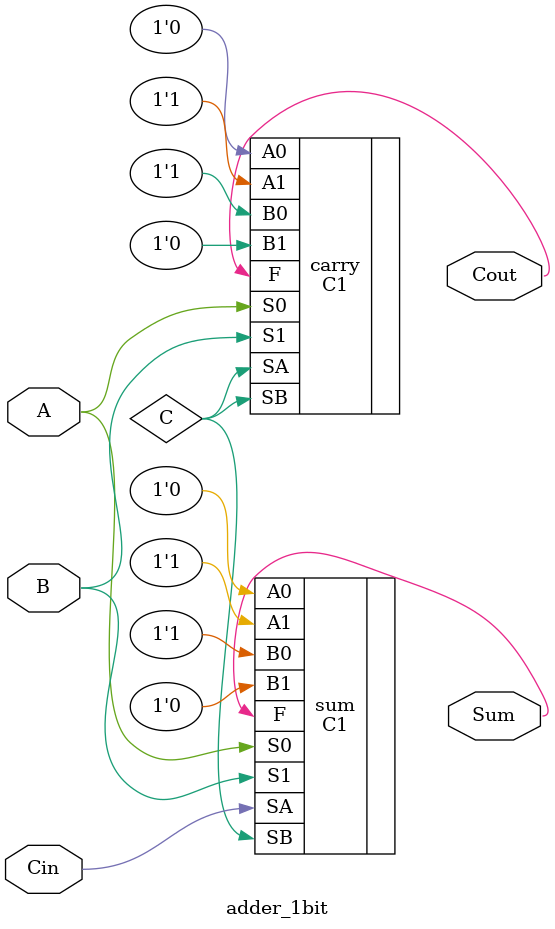
<source format=v>
module adder_1bit (
    input wire A,
    input wire B,
    input wire Cin,
    output wire Sum,
    output wire Cout
);
    C1 sum (
        .A0(1'b0), .A1(1'b1),
        .SA(Cin),
        .B0(1'b1), .B1(1'b0),
        .SB(C),
        .S0(A), .S1(B),
        .F(Sum)
    );

    C1 carry (
        .A0(1'b0), .A1(1'b1),
        .SA(C),
        .B0(1'b1), .B1(1'b0),
        .SB(C),
        .S0(A), .S1(B),
        .F(Cout)
    );
endmodule

</source>
